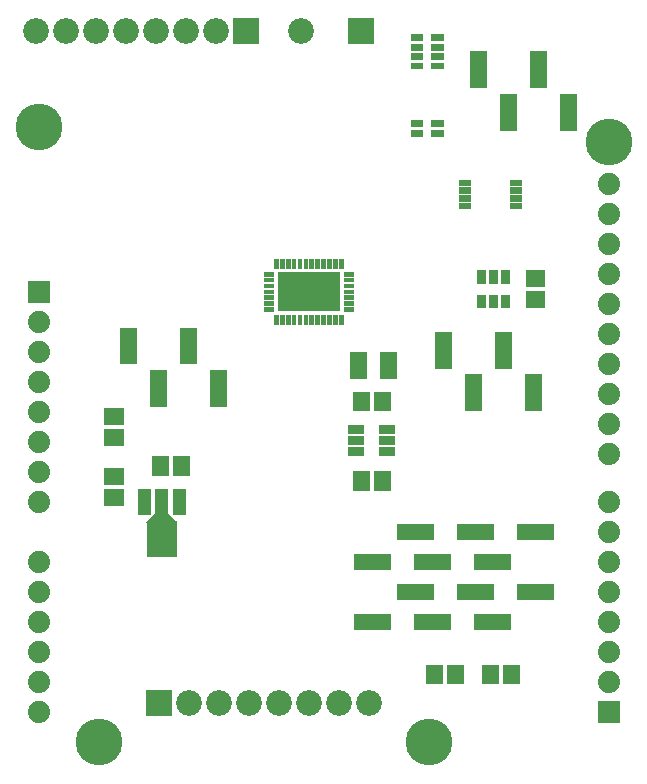
<source format=gbr>
G04 start of page 6 for group -4063 idx -4063 *
G04 Title: (unknown), componentmask *
G04 Creator: pcb 20140316 *
G04 CreationDate: Thu 22 Dec 2016 06:12:03 PM GMT UTC *
G04 For: ndholmes *
G04 Format: Gerber/RS-274X *
G04 PCB-Dimensions (mil): 2100.00 2700.00 *
G04 PCB-Coordinate-Origin: lower left *
%MOIN*%
%FSLAX25Y25*%
%LNTOPMASK*%
%ADD71R,0.0304X0.0304*%
%ADD70R,0.0550X0.0550*%
%ADD69R,0.1300X0.1300*%
%ADD68R,0.0158X0.0158*%
%ADD67R,0.0225X0.0225*%
%ADD66R,0.0300X0.0300*%
%ADD65R,0.0227X0.0227*%
%ADD64R,0.1005X0.1005*%
%ADD63R,0.0438X0.0438*%
%ADD62R,0.0560X0.0560*%
%ADD61R,0.0572X0.0572*%
%ADD60C,0.0860*%
%ADD59C,0.1560*%
%ADD58C,0.0740*%
%ADD57C,0.0001*%
G54D57*G36*
X196300Y23700D02*Y16300D01*
X203700D01*
Y23700D01*
X196300D01*
G37*
G54D58*X200000Y30000D03*
Y40000D03*
Y50000D03*
Y60000D03*
Y70000D03*
G54D59*X140000Y10000D03*
G54D58*X10000Y130000D03*
Y120000D03*
Y110000D03*
Y100000D03*
G54D57*G36*
X6300Y163700D02*Y156300D01*
X13700D01*
Y163700D01*
X6300D01*
G37*
G54D58*X10000Y150000D03*
Y140000D03*
G54D59*Y215000D03*
G54D57*G36*
X74700Y251300D02*Y242700D01*
X83300D01*
Y251300D01*
X74700D01*
G37*
G36*
X113200D02*Y242700D01*
X121800D01*
Y251300D01*
X113200D01*
G37*
G54D60*X97500Y247000D03*
X69000D03*
X59000D03*
X49000D03*
X39000D03*
X29000D03*
X19000D03*
X9000D03*
G54D58*X200000Y80000D03*
Y90000D03*
Y106000D03*
Y116000D03*
Y126000D03*
Y136000D03*
Y146000D03*
Y156000D03*
Y166000D03*
Y176000D03*
Y186000D03*
Y196000D03*
G54D59*Y210000D03*
G54D58*X10000Y90000D03*
Y70000D03*
Y60000D03*
Y50000D03*
Y40000D03*
Y30000D03*
Y20000D03*
G54D59*X30000Y10000D03*
G54D57*G36*
X45700Y27300D02*Y18700D01*
X54300D01*
Y27300D01*
X45700D01*
G37*
G54D60*X60000Y23000D03*
X70000D03*
X80000D03*
X90000D03*
X100000D03*
X110000D03*
X120000D03*
G54D61*X57543Y102393D02*Y101607D01*
G54D62*X60000Y145327D02*Y138674D01*
X70000Y131154D02*Y124501D01*
G54D61*X50457Y102393D02*Y101607D01*
G54D63*X51000Y91989D02*Y80179D01*
G54D64*Y78445D02*Y76555D01*
G54D57*G36*
X52885Y86434D02*X56149Y83170D01*
X54305Y81326D01*
X51041Y84590D01*
X52885Y86434D01*
G37*
G36*
X45851Y83170D02*X49115Y86434D01*
X50959Y84590D01*
X47695Y81326D01*
X45851Y83170D01*
G37*
G54D63*X45094Y91989D02*Y87895D01*
G54D61*X34607Y98543D02*X35393D01*
X34607Y91457D02*X35393D01*
G54D63*X56906Y91989D02*Y87895D01*
G54D61*X34607Y111414D02*X35393D01*
X34607Y118500D02*X35393D01*
G54D62*X40000Y145327D02*Y138674D01*
X50000Y131154D02*Y124501D01*
X175000Y129740D02*Y123087D01*
X165000Y143913D02*Y137260D01*
X145000Y143913D02*Y137260D01*
X155000Y129740D02*Y123087D01*
G54D61*X160457Y32893D02*Y32107D01*
G54D62*X158001Y50000D02*X164654D01*
X138001D02*X144654D01*
G54D61*X141914Y32893D02*Y32107D01*
X149000Y32893D02*Y32107D01*
X167543Y32893D02*Y32107D01*
G54D62*X172174Y80000D02*X178827D01*
X158001Y70000D02*X164654D01*
X172174Y60000D02*X178827D01*
X152174Y80000D02*X158827D01*
X138001Y70000D02*X144654D01*
X152174Y60000D02*X158827D01*
X132174Y80000D02*X138827D01*
X132174Y60000D02*X138827D01*
G54D65*X141913Y235276D02*X143783D01*
X141913Y238425D02*X143783D01*
G54D62*X156500Y237413D02*Y230760D01*
G54D65*X141913Y241575D02*X143783D01*
X141913Y244724D02*X143783D01*
X135217D02*X137087D01*
X135217Y241575D02*X137087D01*
X135217Y238425D02*X137087D01*
X135217Y235276D02*X137087D01*
X135217Y216075D02*X137087D01*
X135217Y212925D02*X137087D01*
X141913D02*X143783D01*
X141913Y216075D02*X143783D01*
G54D62*X186500Y223240D02*Y216587D01*
X176500Y237413D02*Y230760D01*
X166500Y223240D02*Y216587D01*
G54D66*X165500Y165800D02*Y164200D01*
X161600Y165800D02*Y164200D01*
X157700Y165800D02*Y164200D01*
Y157600D02*Y156000D01*
X161600Y157600D02*Y156000D01*
X165500Y157600D02*Y156000D01*
G54D61*X175107Y157457D02*X175893D01*
X175107Y164543D02*X175893D01*
G54D67*X168122Y188661D02*X169969D01*
X168122Y191220D02*X169969D01*
X168500Y188661D02*X169500D01*
X168500Y191220D02*X169500D01*
X168122Y193780D02*X169969D01*
X168122Y196339D02*X169969D01*
X168500Y193780D02*X169500D01*
X168500Y196339D02*X169500D01*
X151031D02*X152878D01*
X151031Y193780D02*X152878D01*
X151500Y196339D02*X152500D01*
X151500Y193780D02*X152500D01*
X151031Y191220D02*X152878D01*
X151031Y188661D02*X152878D01*
X151500Y191220D02*X152500D01*
X151500Y188661D02*X152500D01*
G54D68*X110827Y170335D02*Y168563D01*
X108858Y170335D02*Y168563D01*
X106890Y170335D02*Y168563D01*
X104921Y170335D02*Y168563D01*
X112500Y165906D02*X114272D01*
X102953Y170335D02*Y168563D01*
X100984Y170335D02*Y168563D01*
X99016Y170335D02*Y168563D01*
X97047Y170335D02*Y168563D01*
X95079Y170335D02*Y168563D01*
X93110Y170335D02*Y168563D01*
X91142Y170335D02*Y168563D01*
X89173Y170335D02*Y168563D01*
X85728Y165906D02*X87500D01*
X85728Y163937D02*X87500D01*
X85728Y161969D02*X87500D01*
X85728Y160000D02*X87500D01*
X85728Y158031D02*X87500D01*
X85728Y156063D02*X87500D01*
X85728Y154094D02*X87500D01*
X89173Y151437D02*Y149665D01*
X91142Y151437D02*Y149665D01*
X93110Y151437D02*Y149665D01*
X95079Y151437D02*Y149665D01*
X97047Y151437D02*Y149665D01*
X99016Y151437D02*Y149665D01*
X100984Y151437D02*Y149665D01*
X102953Y151437D02*Y149665D01*
X104921Y151437D02*Y149665D01*
X106890Y151437D02*Y149665D01*
X108858Y151437D02*Y149665D01*
X110827Y151437D02*Y149665D01*
X112500Y154094D02*X114272D01*
X112500Y156063D02*X114272D01*
X112500Y158031D02*X114272D01*
X112500Y160000D02*X114272D01*
X112500Y161969D02*X114272D01*
X112500Y163937D02*X114272D01*
G54D69*X96062Y160000D02*X103938D01*
X97500D02*X102500D01*
G54D70*X116500Y137300D02*Y133700D01*
X126500Y137300D02*Y133700D01*
G54D61*X117457Y123893D02*Y123107D01*
X124543Y123893D02*Y123107D01*
G54D71*X124976Y106760D02*X127339D01*
X124976Y110500D02*X127339D01*
X124976Y114240D02*X127339D01*
X114661D02*X117024D01*
X114661Y110500D02*X117024D01*
X114661Y106760D02*X117024D01*
G54D61*X117457Y97393D02*Y96607D01*
X124543Y97393D02*Y96607D01*
G54D62*X118001Y70000D02*X124654D01*
X118001Y50000D02*X124654D01*
M02*

</source>
